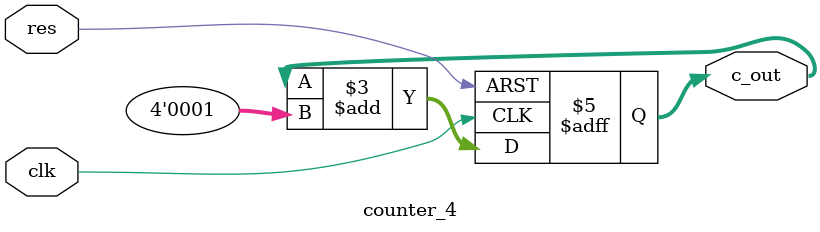
<source format=v>
`timescale 1ns / 1ps
module counter_4(c_out,res,clk
    );
output reg [3:0]c_out=4'b0000;
input wire res,clk;


always @(posedge clk ,posedge res)
begin

if (res==1'b1)
begin c_out<=4'b0000; end

else
begin

c_out <= c_out+4'b0001;

end

end


endmodule

</source>
